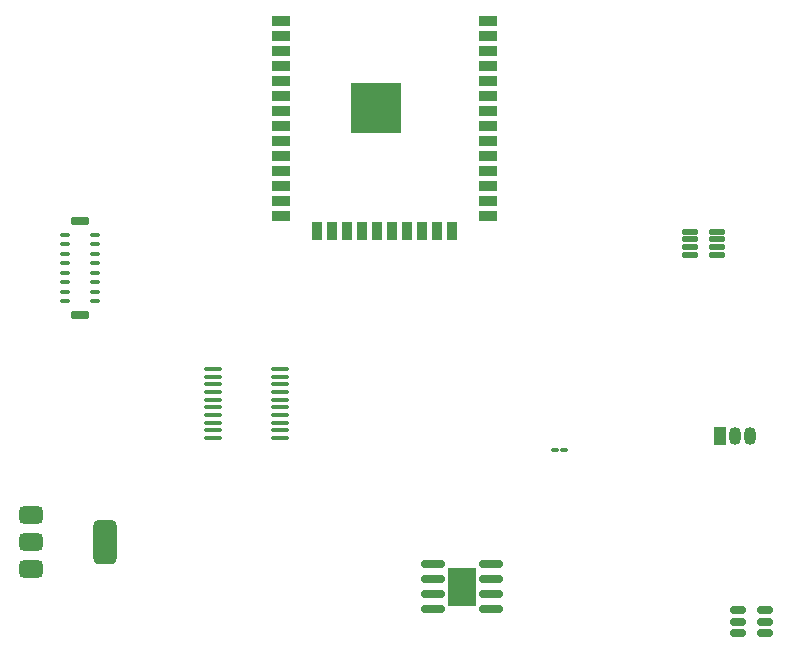
<source format=gbr>
%TF.GenerationSoftware,KiCad,Pcbnew,9.0.0*%
%TF.CreationDate,2025-04-07T19:53:14+05:30*%
%TF.ProjectId,Wearable_Charger,57656172-6162-46c6-95a0-436861726765,rev?*%
%TF.SameCoordinates,Original*%
%TF.FileFunction,Soldermask,Top*%
%TF.FilePolarity,Negative*%
%FSLAX46Y46*%
G04 Gerber Fmt 4.6, Leading zero omitted, Abs format (unit mm)*
G04 Created by KiCad (PCBNEW 9.0.0) date 2025-04-07 19:53:14*
%MOMM*%
%LPD*%
G01*
G04 APERTURE LIST*
G04 Aperture macros list*
%AMRoundRect*
0 Rectangle with rounded corners*
0 $1 Rounding radius*
0 $2 $3 $4 $5 $6 $7 $8 $9 X,Y pos of 4 corners*
0 Add a 4 corners polygon primitive as box body*
4,1,4,$2,$3,$4,$5,$6,$7,$8,$9,$2,$3,0*
0 Add four circle primitives for the rounded corners*
1,1,$1+$1,$2,$3*
1,1,$1+$1,$4,$5*
1,1,$1+$1,$6,$7*
1,1,$1+$1,$8,$9*
0 Add four rect primitives between the rounded corners*
20,1,$1+$1,$2,$3,$4,$5,0*
20,1,$1+$1,$4,$5,$6,$7,0*
20,1,$1+$1,$6,$7,$8,$9,0*
20,1,$1+$1,$8,$9,$2,$3,0*%
G04 Aperture macros list end*
%ADD10RoundRect,0.100000X-0.637500X-0.100000X0.637500X-0.100000X0.637500X0.100000X-0.637500X0.100000X0*%
%ADD11R,1.050000X1.500000*%
%ADD12O,1.050000X1.500000*%
%ADD13RoundRect,0.375000X-0.625000X-0.375000X0.625000X-0.375000X0.625000X0.375000X-0.625000X0.375000X0*%
%ADD14RoundRect,0.500000X-0.500000X-1.400000X0.500000X-1.400000X0.500000X1.400000X-0.500000X1.400000X0*%
%ADD15RoundRect,0.125000X-0.537500X-0.125000X0.537500X-0.125000X0.537500X0.125000X-0.537500X0.125000X0*%
%ADD16R,1.500000X0.900000*%
%ADD17R,0.900000X1.500000*%
%ADD18C,0.600000*%
%ADD19R,4.200000X4.200000*%
%ADD20RoundRect,0.100000X-0.217500X-0.100000X0.217500X-0.100000X0.217500X0.100000X-0.217500X0.100000X0*%
%ADD21RoundRect,0.100000X0.295000X-0.100000X0.295000X0.100000X-0.295000X0.100000X-0.295000X-0.100000X0*%
%ADD22RoundRect,0.162500X0.637500X-0.162500X0.637500X0.162500X-0.637500X0.162500X-0.637500X-0.162500X0*%
%ADD23RoundRect,0.150000X0.512500X0.150000X-0.512500X0.150000X-0.512500X-0.150000X0.512500X-0.150000X0*%
%ADD24RoundRect,0.150000X0.825000X0.150000X-0.825000X0.150000X-0.825000X-0.150000X0.825000X-0.150000X0*%
%ADD25R,2.410000X3.300000*%
G04 APERTURE END LIST*
D10*
%TO.C,U1*%
X149800000Y-115050000D03*
X149800000Y-115700000D03*
X149800000Y-116350000D03*
X149800000Y-117000000D03*
X149800000Y-117650000D03*
X149800000Y-118300000D03*
X149800000Y-118950000D03*
X149800000Y-119600000D03*
X149800000Y-120250000D03*
X149800000Y-120900000D03*
X155525000Y-120900000D03*
X155525000Y-120250000D03*
X155525000Y-119600000D03*
X155525000Y-118950000D03*
X155525000Y-118300000D03*
X155525000Y-117650000D03*
X155525000Y-117000000D03*
X155525000Y-116350000D03*
X155525000Y-115700000D03*
X155525000Y-115050000D03*
%TD*%
D11*
%TO.C,U7*%
X192730000Y-120760000D03*
D12*
X194000000Y-120760000D03*
X195270000Y-120760000D03*
%TD*%
D13*
%TO.C,U5*%
X134400000Y-127400000D03*
X134400000Y-129700000D03*
D14*
X140700000Y-129700000D03*
D13*
X134400000Y-132000000D03*
%TD*%
D15*
%TO.C,U6*%
X190262500Y-103425000D03*
X190262500Y-104075000D03*
X190262500Y-104725000D03*
X190262500Y-105375000D03*
X192537500Y-105375000D03*
X192537500Y-104725000D03*
X192537500Y-104075000D03*
X192537500Y-103425000D03*
%TD*%
D16*
%TO.C,U8*%
X155605000Y-85585000D03*
X155605000Y-86855000D03*
X155605000Y-88125000D03*
X155605000Y-89395000D03*
X155605000Y-90665000D03*
X155605000Y-91935000D03*
X155605000Y-93205000D03*
X155605000Y-94475000D03*
X155605000Y-95745000D03*
X155605000Y-97015000D03*
X155605000Y-98285000D03*
X155605000Y-99555000D03*
X155605000Y-100825000D03*
X155605000Y-102095000D03*
D17*
X158645000Y-103345000D03*
X159915000Y-103345000D03*
X161185000Y-103345000D03*
X162455000Y-103345000D03*
X163725000Y-103345000D03*
X164995000Y-103345000D03*
X166265000Y-103345000D03*
X167535000Y-103345000D03*
X168805000Y-103345000D03*
X170075000Y-103345000D03*
D16*
X173105000Y-102095000D03*
X173105000Y-100825000D03*
X173105000Y-99555000D03*
X173105000Y-98285000D03*
X173105000Y-97015000D03*
X173105000Y-95745000D03*
X173105000Y-94475000D03*
X173105000Y-93205000D03*
X173105000Y-91935000D03*
X173105000Y-90665000D03*
X173105000Y-89395000D03*
X173105000Y-88125000D03*
X173105000Y-86855000D03*
X173105000Y-85585000D03*
D18*
X162150000Y-92162500D03*
X162150000Y-93687500D03*
X162912500Y-91400000D03*
X162912500Y-92925000D03*
X162912500Y-94450000D03*
X163675000Y-92162500D03*
D19*
X163675000Y-92925000D03*
D18*
X163675000Y-93687500D03*
X164437500Y-91400000D03*
X164437500Y-92925000D03*
X164437500Y-94450000D03*
X165200000Y-92162500D03*
X165200000Y-93687500D03*
%TD*%
D20*
%TO.C,R1*%
X178775000Y-121915000D03*
X179590000Y-121915000D03*
%TD*%
D21*
%TO.C,P1*%
X137330000Y-103710000D03*
X137330000Y-104510000D03*
X137330000Y-105310000D03*
X137330000Y-106110000D03*
X137330000Y-106910000D03*
X137330000Y-107710000D03*
X137330000Y-108510000D03*
X137330000Y-109310000D03*
X139870000Y-109310000D03*
X139870000Y-108510000D03*
X139870000Y-107710000D03*
X139870000Y-106910000D03*
X139870000Y-106110000D03*
X139870000Y-105310000D03*
X139870000Y-104510000D03*
X139870000Y-103710000D03*
D22*
X138600000Y-102560000D03*
X138600000Y-110460000D03*
%TD*%
D23*
%TO.C,U3*%
X196600000Y-137400000D03*
X196600000Y-136450000D03*
X196600000Y-135500000D03*
X194325000Y-135500000D03*
X194325000Y-136450000D03*
X194325000Y-137400000D03*
%TD*%
D24*
%TO.C,U2*%
X173400000Y-135410000D03*
X173400000Y-134140000D03*
X173400000Y-132870000D03*
X173400000Y-131600000D03*
X168450000Y-131600000D03*
X168450000Y-132870000D03*
X168450000Y-134140000D03*
X168450000Y-135410000D03*
D25*
X170925000Y-133505000D03*
%TD*%
M02*

</source>
